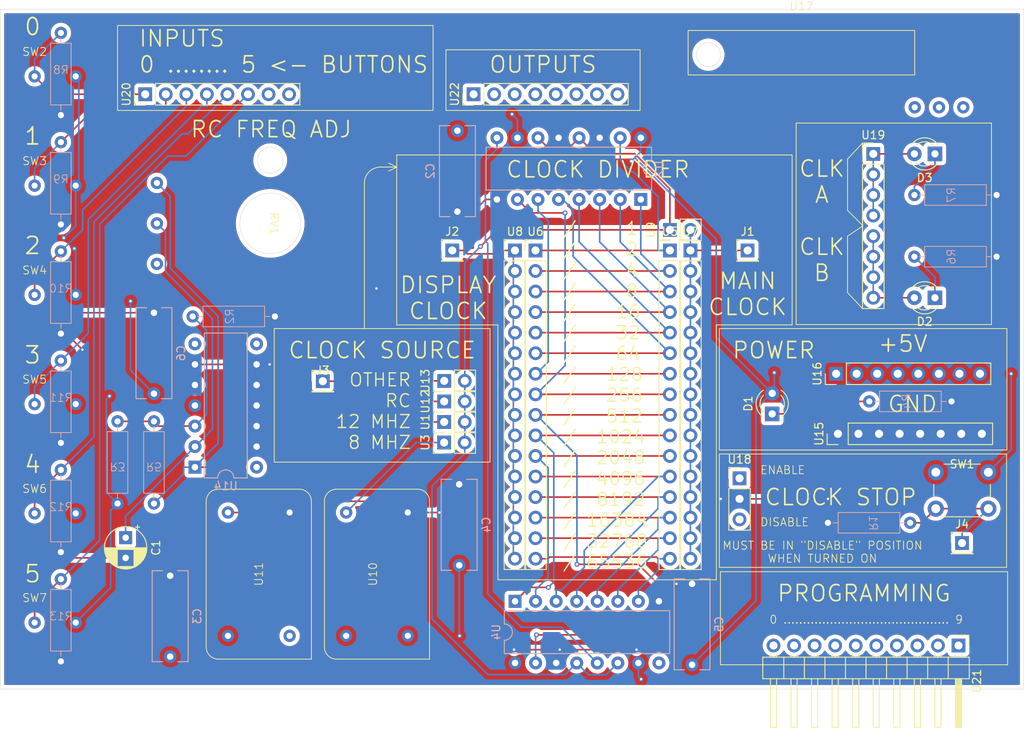
<source format=kicad_pcb>
(kicad_pcb (version 20240108) (generator "pcbnew") (generator_version "8.0")
  (layers (0 "F.Cu" signal) (31 "B.Cu" signal) (34 "B.Paste" user) (35 "F.Paste" user) (36 "B.SilkS" user "B.Silkscreen") (37 "F.SilkS" user "F.Silkscreen") (38 "B.Mask" user) (39 "F.Mask" user) (44 "Edge.Cuts" user))
  (net 0 "")
  (net 1 "Net-(U14-IN-_1)")
  (net 2 "Net-(D1-A)")
  (net 3 "Net-(D1-K)")
  (net 4 "Net-(D2-A)")
  (net 5 "Net-(D2-K)")
  (net 6 "Net-(D3-A)")
  (net 7 "Net-(D3-K)")
  (net 8 "Net-(J1-Pin_1)")
  (net 9 "Net-(J2-Pin_1)")
  (net 10 "Net-(J3-Pin_1)")
  (net 11 "Net-(J4-Pin_1)")
  (net 12 "Net-(U14-IN+_1)")
  (net 13 "Net-(U12-A)")
  (net 15 "Net-(U1-B)")
  (net 16 "Net-(U1-A)")
  (net 17 "Net-(U2-Q6)")
  (net 18 "Net-(U2-Q4)")
  (net 19 "Net-(U2-Q1)")
  (net 20 "Net-(U2-RCO#)")
  (net 21 "Net-(U2-Q7)")
  (net 22 "Net-(U2-Q5)")
  (net 23 "Net-(U2-Q2)")
  (net 24 "Net-(U2-Q0)")
  (net 25 "Net-(U2-Q3)")
  (net 26 "Net-(U10-CLK)")
  (net 27 "Net-(U4-Q4)")
  (net 28 "Net-(U4-Q5)")
  (net 29 "Net-(U4-Q6)")
  (net 30 "Net-(U4-Q2)")
  (net 31 "Net-(U4-Q3)")
  (net 32 "Net-(U4-Q0)")
  (net 33 "Net-(U4-Q7)")
  (net 34 "Net-(U4-Q1)")
  (net 45 "Net-(U10-GND)")
  (net 46 "Net-(U20-0)")
  (net 47 "Net-(U20-1)")
  (net 48 "Net-(U20-2)")
  (net 49 "Net-(U20-3)")
  (net 50 "Net-(U20-4)")
  (net 51 "Net-(U20-5)")
  (footprint "custom_footprint_library:panel_mount_pot" (layer "F.Cu") (at 87.865 73.46 -90)
    (property "Reference" "RV1")
    (property "Value" "R_Potentiometer")
    (fp_circle (center -7.8 0) (end -6.2 0) (stroke (width 0.05)) (fill none) (layer "Edge.Cuts"))
    (fp_circle (center 0 0) (end 3.75 0) (stroke (width 0.05)) (fill none) (layer "Edge.Cuts"))
  )
  (footprint "Connector_PinHeader_2.54mm:PinHeader_1x01_P2.54mm_Vertical" (layer "F.Cu") (at 94.365 92.96)
    (property "Reference" "J3")
    (property "Value" "Conn_01x01_Pin")
  )
  (footprint "LED_THT:LED_D3.0mm" (layer "F.Cu") (at 149.9 97 90)
    (property "Reference" "D1")
    (property "Value" "LED")
  )
  (footprint "Connector_PinHeader_2.54mm:PinHeader_1x08_P2.54mm_Vertical" (layer "F.Cu") (at 113 57.5 90)
    (property "Reference" "U22")
    (property "Value" "~")
  )
  (footprint "Connector_PinHeader_2.54mm:PinHeader_1x16_P2.54mm_Vertical" (layer "F.Cu") (at 118.11 76.8)
    (property "Reference" "U8")
    (property "Value" "~")
  )
  (footprint "Connector_PinHeader_2.54mm:PinHeader_1x08_P2.54mm_Vertical" (layer "F.Cu") (at 162.39 64.87)
    (property "Reference" "U19")
    (property "Value" "~")
  )
  (footprint "custom_footprint_library:2_pin_button" (layer "F.Cu") (at 58.75 79.75)
    (property "Reference" "SW4")
    (property "Value" "SW_Push")
  )
  (footprint "Connector_PinHeader_2.54mm:PinHeader_1x08_P2.54mm_Vertical" (layer "F.Cu") (at 158.025 99.46 90)
    (property "Reference" "U15")
    (property "Value" "~")
  )
  (footprint "Capacitor_THT:CP_Radial_D5.0mm_P2.50mm" (layer "F.Cu") (at 70 112.2949 -90)
    (property "Reference" "C1")
    (property "Value" "C")
  )
  (footprint "custom_footprint_library:2_pin_button" (layer "F.Cu") (at 58.75 106.75)
    (property "Reference" "SW6")
    (property "Value" "SW_Push")
  )
  (footprint "LED_THT:LED_D3.0mm" (layer "F.Cu") (at 170.01 64.87 180)
    (property "Reference" "D3")
    (property "Value" "LED")
  )
  (footprint "custom_footprint_library:2_pin_button" (layer "F.Cu") (at 58.75 66.25)
    (property "Reference" "SW3")
    (property "Value" "SW_Push")
  )
  (footprint "custom_footprint_library:2_pin_button" (layer "F.Cu") (at 58.75 93.25)
    (property "Reference" "SW5")
    (property "Value" "SW_Push")
  )
  (footprint "Connector_PinHeader_2.54mm:PinHeader_1x01_P2.54mm_Vertical" (layer "F.Cu") (at 173.365 112.96)
    (property "Reference" "J4")
    (property "Value" "Conn_01x01_Pin" (hide yes))
  )
  (footprint "Connector_PinHeader_2.54mm:PinHeader_1x10_P2.54mm_Horizontal" (layer "F.Cu") (at 172.925 125.625 -90)
    (property "Reference" "U21")
    (property "Value" "~")
  )
  (footprint "custom_footprint_library:crystal_dip_14" (layer "F.Cu") (at 86.455 116.805 90)
    (property "Reference" "U11")
    (property "Value" "~")
  )
  (footprint "custom_footprint_library:2_pin_button" (layer "F.Cu") (at 58.75 52.75)
    (property "Reference" "SW2")
    (property "Value" "SW_Push")
  )
  (footprint "Connector_PinHeader_2.54mm:PinHeader_1x16_P2.54mm_Vertical" (layer "F.Cu") (at 120.65 76.8)
    (property "Reference" "U6")
    (property "Value" "~")
  )
  (footprint "Connector_PinHeader_2.54mm:PinHeader_1x02_P2.54mm_Vertical" (layer "F.Cu") (at 109.365 98 90)
    (property "Reference" "U1")
    (property "Value" "~")
  )
  (footprint "Connector_PinHeader_2.54mm:PinHeader_1x03_P2.54mm_Vertical" (layer "F.Cu") (at 145.865 104.96)
    (property "Reference" "U18")
    (property "Value" "~")
  )
  (footprint "custom_footprint_library:2_pin_button" (layer "F.Cu") (at 58.75 120.25)
    (property "Reference" "SW7")
    (property "Value" "SW_Push")
  )
  (footprint "custom_footprint_library:manual_clock_switch_side" (layer "F.Cu") (at 153.5125 47.1125)
    (property "Reference" "U17")
    (property "Value" "~")
    (fp_circle (center -11.5 5.5) (end -11.5 7) (stroke (width 0.05)) (fill none) (layer "Edge.Cuts"))
  )
  (footprint "Connector_PinHeader_2.54mm:PinHeader_1x02_P2.54mm_Vertical" (layer "F.Cu") (at 137.255 74.26 90)
    (property "Reference" "U9")
    (property "Value" "~")
  )
  (footprint "Connector_PinHeader_2.54mm:PinHeader_1x02_P2.54mm_Vertical" (layer "F.Cu") (at 109.365 95.46 90)
    (property "Reference" "U12")
    (property "Value" "~")
  )
  (footprint "custom_footprint_library:crystal_dip_14" (layer "F.Cu") (at 101.06 116.805 90)
    (property "Reference" "U10")
    (property "Value" "~")
  )
  (footprint "Connector_PinHeader_2.54mm:PinHeader_1x01_P2.54mm_Vertical" (layer "F.Cu") (at 146.865 76.8)
    (property "Reference" "J1")
    (property "Value" "Conn_01x01_Pin")
  )
  (footprint "Connector_PinHeader_2.54mm:PinHeader_1x01_P2.54mm_Vertical" (layer "F.Cu") (at 110.365 76.8)
    (property "Reference" "J2")
    (property "Value" "Conn_01x01_Pin")
  )
  (footprint "Connector_PinHeader_2.54mm:PinHeader_1x08_P2.54mm_Vertical" (layer "F.Cu") (at 157.8 92.04 90)
    (property "Reference" "U16")
    (property "Value" "~")
  )
  (footprint "Connector_PinHeader_2.54mm:PinHeader_1x02_P2.54mm_Vertical" (layer "F.Cu") (at 109.36 100.54 90)
    (property "Reference" "U3")
    (property "Value" "~")
  )
  (footprint "LED_THT:LED_D3.0mm" (layer "F.Cu") (at 170.01 82.65 180)
    (property "Reference" "D2")
    (property "Value" "LED")
  )
  (footprint "Button_Switch_THT:SW_PUSH_6mm" (layer "F.Cu") (at 170.115 104.21)
    (property "Reference" "SW1")
    (property "Value" "SW_Push")
  )
  (footprint "Connector_PinHeader_2.54mm:PinHeader_1x08_P2.54mm_Vertical" (layer "F.Cu") (at 72.42 57.5 90)
    (property "Reference" "U20")
    (property "Value" "~")
  )
  (footprint "Connector_PinHeader_2.54mm:PinHeader_1x16_P2.54mm_Vertical" (layer "F.Cu") (at 139.795 76.8)
    (property "Reference" "U7")
    (property "Value" "~")
  )
  (footprint "Connector_PinHeader_2.54mm:PinHeader_1x02_P2.54mm_Vertical" (layer "F.Cu") (at 109.37 92.92 90)
    (property "Reference" "U13")
    (property "Value" "~")
  )
  (footprint "Connector_PinHeader_2.54mm:PinHeader_1x16_P2.54mm_Vertical" (layer "F.Cu") (at 137.255 76.8)
    (property "Reference" "U5")
    (property "Value" "~")
  )
  (footprint "custom_footprint_library:0.4_pitch_resistor" (layer "B.Cu") (at 166.98 95.46 -90)
    (property "Reference" "R4")
    (property "Value" "R")
  )
  (footprint "custom_footprint_library:0.4_pitch_resistor" (layer "B.Cu") (at 172.55 69.95 -90)
    (property "Reference" "R7")
    (property "Value" "R")
  )
  (footprint "custom_footprint_library:0.4_pitch_resistor" (layer "B.Cu") (at 62 55 180)
    (property "Reference" "R8")
    (property "Value" "R")
  )
  (footprint "custom_footprint_library:0.4_pitch_resistor" (layer "B.Cu") (at 83.365 84.96 -90)
    (property "Reference" "R2")
    (property "Value" "R")
  )
  (footprint "Capacitor_THT:C_Rect_L11.0mm_W4.2mm_P10.00mm_MKT" (layer "B.Cu") (at 73.5 94.5 90)
    (property "Reference" "C6")
    (property "Value" "C")
  )
  (footprint "Package_DIP:DIP-16_W7.62mm" (layer "B.Cu") (at 133.66 70.5 90)
    (property "Reference" "U2")
    (property "Value" "~")
  )
  (footprint "custom_footprint_library:0.4_pitch_resistor" (layer "B.Cu") (at 62 82 180)
    (property "Reference" "R10")
    (property "Value" "R")
  )
  (footprint "custom_footprint_library:0.4_pitch_resistor" (layer "B.Cu") (at 172.55 77.57 -90)
    (property "Reference" "R6")
    (property "Value" "R")
  )
  (footprint "custom_footprint_library:0.4_pitch_resistor" (layer "B.Cu") (at 73.5 103)
    (property "Reference" "R5")
    (property "Value" "R")
  )
  (footprint "custom_footprint_library:0.4_pitch_resistor" (layer "B.Cu") (at 62 68.5 180)
    (property "Reference" "R9")
    (property "Value" "R")
  )
  (footprint "custom_footprint_library:0.4_pitch_resistor" (layer "B.Cu") (at 62 109 180)
    (property "Reference" "R12")
    (property "Value" "R")
  )
  (footprint "Package_DIP:DIP-16_W7.62mm" (layer "B.Cu") (at 118.125 120.16 -90)
    (property "Reference" "U4")
    (property "Value" "~")
  )
  (footprint "Capacitor_THT:C_Rect_L11.0mm_W4.2mm_P10.00mm_MKT" (layer "B.Cu") (at 111 62 -90)
    (property "Reference" "C2")
    (property "Value" "C")
  )
  (footprint "custom_footprint_library:0.4_pitch_resistor" (layer "B.Cu") (at 62 95.5 180)
    (property "Reference" "R11")
    (property "Value" "R")
  )
  (footprint "custom_footprint_library:0.4_pitch_resistor" (layer "B.Cu") (at 69 103)
    (property "Reference" "R3")
    (property "Value" "R")
  )
  (footprint "custom_footprint_library:0.4_pitch_resistor" (layer "B.Cu") (at 62 122.5 180)
    (property "Reference" "R13")
    (property "Value" "R")
  )
  (footprint "Capacitor_THT:C_Rect_L11.0mm_W4.2mm_P10.00mm_MKT" (layer "B.Cu") (at 75.5 127 90)
    (property "Reference" "C3")
    (property "Value" "C")
  )
  (footprint "custom_footprint_library:0.4_pitch_resistor" (layer "B.Cu") (at 161.865 110.46 90)
    (property "Reference" "R1")
    (property "Value" "R")
  )
  (footprint "Capacitor_THT:C_Rect_L11.0mm_W4.2mm_P10.00mm_MKT" (layer "B.Cu") (at 140 128 90)
    (property "Reference" "C5")
    (property "Value" "C")
  )
  (footprint "Capacitor_THT:C_Rect_L11.0mm_W4.2mm_P10.00mm_MKT" (layer "B.Cu") (at 111.22 115.705 90)
    (property "Reference" "C4")
    (property "Value" "C")
  )
  (footprint "Package_DIP:DIP-14_W7.62mm" (layer "B.Cu") (at 78.565 103.585)
    (property "Reference" "U14")
    (property "Value" "~")
  )
  (gr_rect (start 152.865 61.06) (end 176.995 85.96) (stroke (width 0.1)) (fill none) (layer "F.SilkS"))
  (gr_line (start 152.365 65) (end 152.365 86) (stroke (width 0.1)) (layer "F.SilkS"))
  (gr_line (start 159.215 65.505) (end 159.215 71.855) (stroke (width 0.1)) (layer "F.SilkS"))
  (gr_rect (start 69 49) (end 108 59.5) (stroke (width 0.1)) (fill none) (layer "F.SilkS"))
  (gr_line (start 103.5 66.5) (end 102.5 67) (stroke (width 0.1)) (layer "F.SilkS"))
  (gr_line (start 103.5 65) (end 152.365 65) (stroke (width 0.1)) (layer "F.SilkS"))
  (gr_line (start 152.365 86) (end 143 86) (stroke (width 0.1)) (layer "F.SilkS"))
  (gr_line (start 159.215 71.855) (end 161.12 73.76) (stroke (width 0.1)) (layer "F.SilkS"))
  (gr_line (start 116 86) (end 103.5 86) (stroke (width 0.1)) (layer "F.SilkS"))
  (gr_line (start 116 117.5) (end 116 86) (stroke (width 0.1)) (layer "F.SilkS"))
  (gr_rect (start 143.365 101.96) (end 178.865 115.96) (stroke (width 0.1)) (fill none) (layer "F.SilkS"))
  (gr_line (start 103.5 86) (end 103.5 65) (stroke (width 0.1)) (layer "F.SilkS"))
  (gr_rect (start 109.58 52) (end 133.58 59.5) (stroke (width 0.1)) (fill none) (layer "F.SilkS"))
  (gr_line (start 159.215 75.03) (end 159.215 82.015) (stroke (width 0.1)) (layer "F.SilkS"))
  (gr_line (start 159.215 82.015) (end 161.06 83.98) (stroke (width 0.1)) (layer "F.SilkS"))
  (gr_line (start 143 117.5) (end 116 117.5) (stroke (width 0.1)) (layer "F.SilkS"))
  (gr_line (start 101.5 66.5) (end 103.5 66.5) (stroke (width 0.1)) (layer "F.SilkS"))
  (gr_arc (start 99.5 68.5) (mid 100.085786 67.085786) (end 101.5 66.5) (stroke (width 0.1)) (layer "F.SilkS"))
  (gr_line (start 103.5 66.5) (end 102.5 66) (stroke (width 0.1)) (layer "F.SilkS"))
  (gr_line (start 161.12 73.76) (end 159.215 75.03) (stroke (width 0.1)) (layer "F.SilkS"))
  (gr_line (start 161.06 63.54) (end 159.215 65.505) (stroke (width 0.1)) (layer "F.SilkS"))
  (gr_line (start 99.5 86.46) (end 99.5 68.5) (stroke (width 0.1)) (layer "F.SilkS"))
  (gr_line (start 143 86) (end 143 117.5) (stroke (width 0.1)) (layer "F.SilkS"))
  (gr_rect (start 54.5 47) (end 181 131) (stroke (width 0.05)) (fill none) (layer "Edge.Cuts"))
  (gr_text "CLK\nA\n\nCLK\nB" (at 156.04 80.745 0) (layer "F.SilkS") (effects (font (size 2 2) (thickness 0.2)) (justify bottom)))
  (gr_text "OUTPUTS" (at 121.58 55 0) (layer "F.SilkS") (effects (font (size 2 2) (thickness 0.2)) (justify bottom)))
  (gr_text "CLOCK DIVIDER" (at 128.365 67.96 0) (layer "F.SilkS") (effects (font (size 2 2) (thickness 0.2)) (justify bottom)))
  (gr_text "OTHER\nRC\n12 MHZ\n8 MHZ" (at 105.365 101.46 0) (layer "F.SilkS") (effects (font (size 1.6 1.6) (thickness 0.16)) (justify right bottom)))
  (gr_text "/     1\n/     2\n/     4\n/     8\n/    16\n/    32\n/    64\n/   128\n/   256\n/   512\n/  1024\n/  2048\n/  4096\n/  8192\n/ 16384\n/ 32768\n/ 65536\n" (at 123.92 116.23 0) (layer "F.SilkS") (effects (font (size 1.6 1.6) (thickness 0.16)) (justify left bottom)))
  (gr_text "DISPLAY\nCLOCK" (at 109.865 85.46 0) (layer "F.SilkS") (effects (font (size 2 2) (thickness 0.2)) (justify bottom)))
  (gr_text "INPUTS\n0 ........ 5 <- BUTTONS" (at 71.54 55 0) (layer "F.SilkS") (effects (font (size 2 2) (thickness 0.2)) (justify left bottom)))
  (gr_text "0 ........................................... 9" (at 149.5 123 0) (layer "F.SilkS") (effects (font (size 1 1) (thickness 0.1)) (justify left bottom)))
  (gr_text "0\n\n\n\n1\n\n\n\n2\n\n\n\n3\n\n\n\n4\n\n\n\n5" (at 58.5 118 0) (layer "F.SilkS") (effects (font (size 2.1 2.1) (thickness 0.21)) (justify bottom)))
  (gr_text "CLOCK STOP" (at 158.365 108.46 0) (layer "F.SilkS") (effects (font (size 2 2) (thickness 0.2)) (justify bottom)))
  (gr_text "ENABLE\n\n\n\nDISABLE" (at 148.365 110.96 0) (layer "F.SilkS") (effects (font (size 1 1) (thickness 0.1)) (justify left bottom)))
  (gr_text "GND" (at 164.065 96.96 0) (layer "F.SilkS") (effects (font (size 2 2) (thickness 0.2)) (justify left bottom)))
  (gr_text "+5V" (at 162.88 89.5 0) (layer "F.SilkS") (effects (font (size 2 2) (thickness 0.2)) (justify left bottom)))
  (gr_text "RC FREQ ADJ" (at 88 63 0) (layer "F.SilkS") (effects (font (size 2 2) (thickness 0.2)) (justify bottom)))
  (gr_text "MUST BE IN {dblquote}DISABLE{dblquote} POSITION\nWHEN TURNED ON" (at 156.115 115.46 0) (layer "F.SilkS") (effects (font (size 1 1) (thickness 0.1)) (justify bottom)))
  (gr_text "MAIN\nCLOCK" (at 146.865 84.96 0) (layer "F.SilkS") (effects (font (size 2 2) (thickness 0.2)) (justify bottom)))
  (gr_text_box "POWER" (start 143.365 86.46) (end 178.9 101.46) (layer "F.SilkS") (effects (font (size 2 2) (thickness 0.2)) (justify left top)) (border yes) (stroke (width 0.1)))
  (gr_text_box "PROGRAMMING" (start 143.5 116.5) (end 179 128) (layer "F.SilkS") (effects (font (size 2 2) (thickness 0.2)) (justify top)) (border yes) (stroke (width 0.1)))
  (gr_text_box "CLOCK SOURCE" (start 88.365 86.46) (end 115.035 102.96) (layer "F.SilkS") (effects (font (size 2 2) (thickness 0.2)) (justify top)) (border yes) (stroke (width 0.1)))
  (segment (start 74.927 74.522) (end 73.865 73.46) (width 0.2) (layer "B.Cu") (net 1))
  (segment (start 80.7282 85.2282) (end 74.927 79.427) (width 0.2) (layer "B.Cu") (net 1))
  (segment (start 70 112.2949) (end 70 109.61) (width 0.2) (layer "B.Cu") (net 1))
  (segment (start 70 109.61) (end 78.565 101.045) (width 0.2) (layer "B.Cu") (net 1))
  (segment (start 80.7282 98.8818) (end 80.7282 85.2282) (width 0.2) (layer "B.Cu") (net 1))
  (segment (start 74.927 79.427) (end 74.927 74.522) (width 0.2) (layer "B.Cu") (net 1))
  (segment (start 78.565 101.045) (end 80.7282 98.8818) (width 0.2) (layer "B.Cu") (net 1))
  (segment (start 111.2749 124.425) (end 113.3683 124.425) (width 0.2) (layer "F.Cu") (net 2))
  (segment (start 170.5 92.04) (end 173.04 92.04) (width 0.2) (layer "F.Cu") (net 2))
  (segment (start 63.83 122.79) (end 68.04 127) (width 0.2) (layer "F.Cu") (net 2))
  (segment (start 111.2749 124.425) (end 104.87 124.425) (width 0.2) (layer "F.Cu") (net 2))
  (segment (start 156.211 91.9027) (end 156.3483 92.04) (width 0.2) (layer "F.Cu") (net 2))
  (segment (start 63.6643 76.5603) (end 62.3527 75.2487) (width 0.2) (layer "F.Cu") (net 2))
  (segment (start 170.115 104.21) (end 176.615 104.21) (width 0.2) (layer "F.Cu") (net 2))
  (segment (start 173.04 92.04) (end 175.58 92.04) (width 0.2) (layer "F.Cu") (net 2))
  (segment (start 121.3112 65.7712) (end 132.4849 65.7712) (width 0.2) (layer "F.Cu") (net 2))
  (segment (start 82.645 124.425) (end 78.075 124.425) (width 0.2) (layer "F.Cu") (net 2))
  (segment (start 165.42 92.04) (end 167.96 92.04) (width 0.2) (layer "F.Cu") (net 2))
  (segment (start 78.075 124.425) (end 75.5 127) (width 0.2) (layer "F.Cu") (net 2))
  (segment (start 67.025 95.79) (end 68.0088 94.8062) (width 0.2) (layer "F.Cu") (net 2))
  (segment (start 64.6102 83.0702) (end 63.83 82.29) (width 0.2) (layer "F.Cu") (net 2))
  (segment (start 119.4292 129.785) (end 133.6996 129.785) (width 0.2) (layer "F.Cu") (net 2))
  (segment (start 70.6063 83.0702) (end 64.6102 83.0702) (width 0.2) (layer "F.Cu") (net 2))
  (segment (start 162.88 92.04) (end 165.42 92.04) (width 0.2) (layer "F.Cu") (net 2))
  (segment (start 68.04 127) (end 75.5 127) (width 0.2) (layer "F.Cu") (net 2))
  (segment (start 157.8 92.04) (end 156.3483 92.04) (width 0.2) (layer "F.Cu") (net 2))
  (segment (start 167.96 92.04) (end 170.5 92.04) (width 0.2) (layer "F.Cu") (net 2))
  (segment (start 95.8834 125.7916) (end 97.25 124.425) (width 0.2) (layer "F.Cu") (net 2))
  (segment (start 160.34 92.04) (end 162.88 92.04) (width 0.2) (layer "F.Cu") (net 2))
  (segment (start 117.4242 127.78) (end 119.4292 129.785) (width 0.2) (layer "F.Cu") (net 2))
  (segment (start 175.58 92.04) (end 179.4363 92.04) (width 0.2) (layer "F.Cu") (net 2))
  (segment (start 117.4242 127.78) (end 116.7233 127.78) (width 0.2) (layer "F.Cu") (net 2))
  (segment (start 113.3683 124.425) (end 116.7233 127.78) (width 0.2) (layer "F.Cu") (net 2))
  (segment (start 113.0358 59.9642) (end 117.7519 59.9642) (width 0.2) (layer "F.Cu") (net 2))
  (segment (start 63.83 95.79) (end 67.025 95.79) (width 0.2) (layer "F.Cu") (net 2))
  (segment (start 84.0116 125.7916) (end 95.8834 125.7916) (width 0.2) (layer "F.Cu") (net 2))
  (segment (start 118.125 127.78) (end 117.4242 127.78) (width 0.2) (layer "F.Cu") (net 2))
  (segment (start 150.1645 91.9027) (end 156.211 91.9027) (width 0.2) (layer "F.Cu") (net 2))
  (segment (start 138.215 129.785) (end 133.6996 129.785) (width 0.2) (layer "F.Cu") (net 2))
  (segment (start 68.0088 94.8062) (end 73.1938 94.8062) (width 0.2) (layer "F.Cu") (net 2))
  (segment (start 63.83 109.29) (end 67.79 109.29) (width 0.2) (layer "F.Cu") (net 2))
  (segment (start 157.8 92.04) (end 160.34 92.04) (width 0.2) (layer "F.Cu") (net 2))
  (segment (start 140 128) (end 138.215 129.785) (width 0.2) (layer "F.Cu") (net 2))
  (segment (start 111 62) (end 113.0358 59.9642) (width 0.2) (layer "F.Cu") (net 2))
  (segment (start 73.1938 94.8062) (end 73.5 94.5) (width 0.2) (layer "F.Cu") (net 2))
  (segment (start 82.645 124.425) (end 84.0116 125.7916) (width 0.2) (layer "F.Cu") (net 2))
  (segment (start 73.5 94.5) (end 74.965 95.965) (width 0.2) (layer "F.Cu") (net 2))
  (segment (start 104.87 124.425) (end 97.25 124.425) (width 0.2) (layer "F.Cu") (net 2))
  (segment (start 74.965 95.965) (end 78.565 95.965) (width 0.2) (layer "F.Cu") (net 2))
  (segment (start 118.42 62.88) (end 121.3112 65.7712) (width 0.2) (layer "F.Cu") (net 2))
  (segment (start 67.79 109.29) (end 69 108.08) (width 0.2) (layer "F.Cu") (net 2))
  (via (at 63.6643 76.5603) (size 0.6) (drill 0.3) (layers "F.Cu" "B.Cu") (net 2))
  (via (at 133.6996 129.785) (size 0.6) (drill 0.3) (layers "F.Cu" "B.Cu") (net 2))
  (via (at 70.6063 83.0702) (size 0.6) (drill 0.3) (layers "F.Cu" "B.Cu") (net 2))
  (via (at 179.4363 92.04) (size 0.6) (drill 0.3) (layers "F.Cu" "B.Cu") (net 2))
  (via (at 68.0088 94.8062) (size 0.6) (drill 0.3) (layers "F.Cu" "B.Cu") (net 2))
  (via (at 150.1645 91.9027) (size 0.6) (drill 0.3) (layers "F.Cu" "B.Cu") (net 2))
  (via (at 132.4849 65.7712) (size 0.6) (drill 0.3) (layers "F.Cu" "B.Cu") (net 2))
  (via (at 117.7519 59.9642) (size 0.6) (drill 0.3) (layers "F.Cu" "B.Cu") (net 2))
  (via (at 62.3527 75.2487) (size 0.6) (drill 0.3) (layers "F.Cu" "B.Cu") (net 2))
  (via (at 111.2749 124.425) (size 0.6) (drill 0.3) (layers "F.Cu" "B.Cu") (net 2))
  (segment (start 149.9 94.46) (end 150.1645 94.1955) (width 0.2) (layer "B.Cu") (net 2))
  (segment (start 63.83 68.79) (end 63.83 73.7714) (width 0.2) (layer "B.Cu") (net 2))
  (segment (start 64.2173 68.4027) (end 64.2173 55.6773) (width 0.2) (layer "B.Cu") (net 2))
  (segment (start 149.7805 94.46) (end 149.9 94.46) (width 0.2) (layer "B.Cu") (net 2))
  (segment (start 63.83 68.79) (end 64.2173 68.4027) (width 0.2) (layer "B.Cu") (net 2))
  (segment (start 142.9782 75.3832) (end 132.9256 65.3305) (width 0.2) (layer "B.Cu") (net 2))
  (segment (start 132.9256 65.3305) (end 133.66 64.5961) (width 0.2) (layer "B.Cu") (net 2))
  (segment (start 63.83 76.726) (end 63.6643 76.5603) (width 0.2) (layer "B.Cu") (net 2))
  (segment (start 117.7519 59.9642) (end 118.42 60.6323) (width 0.2) (layer "B.Cu") (net 2))
  (segment (start 142.9782 87.5382) (end 142.9782 75.3832) (width 0.2) (layer "B.Cu") (net 2))
  (segment (start 63.83 73.7714) (end 62.3527 75.2487) (width 0.2) (layer "B.Cu") (net 2))
  (segment (start 133.365 127.78) (end 133.365 129.4504) (width 0.2) (layer "B.Cu") (net 2))
  (segment (start 140 128) (end 147.9045 120.0955) (width 0.2) (layer "B.Cu") (net 2))
  (segment (start 63.83 82.29) (end 63.83 76.726) (width 0.2) (layer "B.Cu") (net 2))
  (segment (start 64.2173 55.6773) (end 63.83 55.29) (width 0.2) (layer "B.Cu") (net 2))
  (segment (start 179.4363 101.3887) (end 179.4363 92.04) (width 0.2) (layer "B.Cu") (net 2))
  (segment (start 111.22 124.3701) (end 111.2749 124.425) (width 0.2) (layer "B.Cu") (net 2))
  (segment (start 67.6172 95.1978) (end 68.0088 94.8062) (width 0.2) (layer "B.Cu") (net 2))
  (segment (start 118.42 60.6323) (end 118.42 62.88) (width 0.2) (layer "B.Cu") (net 2))
  (segment (start 69 108.08) (end 67.6172 106.6972) (width 0.2) (layer "B.Cu") (net 2))
  (segment (start 133.365 129.4504) (end 133.6996 129.785) (width 0.2) (layer "B.Cu") (net 2))
  (segment (start 147.9045 120.0955) (end 147.9045 96.336) (width 0.2) (layer "B.Cu") (net 2))
  (segment (start 150.1645 94.1955) (end 150.1645 91.9027) (width 0.2) (layer "B.Cu") (net 2))
  (segment (start 73.5 94.5) (end 70.6063 91.6063) (width 0.2) (layer "B.Cu") (net 2))
  (segment (start 132.4849 65.7712) (end 132.9256 65.3305) (width 0.2) (layer "B.Cu") (net 2))
  (segment (start 70.6063 91.6063) (end 70.6063 83.0702) (width 0.2) (layer "B.Cu") (net 2))
  (segment (start 133.66 64.5961) (end 133.66 62.88) (width 0.2) (layer "B.Cu") (net 2))
  (segment (start 63.83 122.79) (end 68.1447 118.4753) (width 0.2) (layer "B.Cu") (net 2))
  (segment (start 149.9 94.46) (end 142.9782 87.5382) (width 0.2) (layer "B.Cu") (net 2))
  (segment (start 111.22 115.705) (end 111.22 124.3701) (width 0.2) (layer "B.Cu") (net 2))
  (segment (start 68.1447 118.4753) (end 68.1447 108.9353) (width 0.2) (layer "B.Cu") (net 2))
  (segment (start 176.615 104.21) (end 179.4363 101.3887) (width 0.2) (layer "B.Cu") (net 2))
  (segment (start 147.9045 96.336) (end 149.7805 94.46) (width 0.2) (layer "B.Cu") (net 2))
  (segment (start 68.1447 108.9353) (end 69 108.08) (width 0.2) (layer "B.Cu") (net 2))
  (segment (start 67.6172 106.6972) (end 67.6172 95.1978) (width 0.2) (layer "B.Cu") (net 2))
  (segment (start 149.9 97) (end 151.4017 97) (width 0.2) (layer "F.Cu") (net 3))
  (segment (start 152.9417 95.46) (end 151.4017 97) (width 0.2) (layer "F.Cu") (net 3))
  (segment (start 161.9 95.46) (end 152.9417 95.46) (width 0.2) (layer "F.Cu") (net 3))
  (segment (start 167.47 82.65) (end 162.39 82.65) (width 0.2) (layer "F.Cu") (net 4))
  (segment (start 162.39 82.65) (end 162.39 80.11) (width 0.2) (layer "B.Cu") (net 4))
  (segment (start 162.39 77.57) (end 162.39 75.03) (width 0.2) (layer "B.Cu") (net 4))
  (segment (start 162.39 80.11) (end 162.39 77.57) (width 0.2) (layer "B.Cu") (net 4))
  (segment (start 170.01 80.11) (end 170.01 82.65) (width 0.2) (layer "B.Cu") (net 5))
  (segment (start 167.47 77.57) (end 170.01 80.11) (width 0.2) (layer "B.Cu") (net 5))
  (segment (start 167.47 64.87) (end 162.39 64.87) (width 0.2) (layer "F.Cu") (net 6))
  (segment (start 162.39 67.41) (end 162.39 64.87) (width 0.2) (layer "B.Cu") (net 6))
  (segment (start 162.39 72.49) (end 162.39 69.95) (width 0.2) (layer "B.Cu") (net 6))
  (segment (start 162.39 69.95) (end 162.39 67.41) (width 0.2) (layer "B.Cu") (net 6))
  (segment (start 167.47 69.95) (end 167.47 68.9117) (width 0.2) (layer "B.Cu") (net 7))
  (segment (start 170.01 64.87) (end 170.01 66.3717) (width 0.2) (layer "B.Cu") (net 7))
  (segment (start 167.47 68.9117) (end 170.01 66.3717) (width 0.2) (layer "B.Cu") (net 7))
  (segment (start 139.795 76.8) (end 146.865 76.8) (width 0.2) (layer "F.Cu") (net 8))
  (segment (start 139.795 89.5) (end 139.795 86.96) (width 0.2) (layer "B.Cu") (net 8))
  (segment (start 139.795 114.9) (end 139.795 112.36) (width 0.2) (layer "B.Cu") (net 8))
  (segment (start 139.795 107.28) (end 139.795 104.74) (width 0.2) (layer "B.Cu") (net 8))
  (segment (start 139.795 92.04) (end 139.795 89.5) (width 0.2) (layer "B.Cu") (net 8))
  (segment (start 139.795 81.88) (end 139.795 79.34) (width 0.2) (layer "B.Cu") (net 8))
  (segment (start 139.795 99.66) (end 139.795 97.12) (width 0.2) (layer "B.Cu") (net 8))
  (segment (start 139.795 104.74) (end 139.795 102.2) (width 0.2) (layer "B.Cu") (net 8))
  (segment (start 139.795 97.12) (end 139.795 94.58) (width 0.2) (layer "B.Cu") (net 8))
  (segment (start 139.795 86.96) (end 139.795 84.42) (width 0.2) (layer "B.Cu") (net 8))
  (segment (start 139.795 102.2) (end 139.795 99.66) (width 0.2) (layer "B.Cu") (net 8))
  (segment (start 139.795 94.58) (end 139.795 92.04) (width 0.2) (layer "B.Cu") (net 8))
  (segment (start 139.795 74.26) (end 139.795 76.8) (width 0.2) (layer "B.Cu") (net 8))
  (segment (start 139.795 84.42) (end 139.795 81.88) (width 0.2) (layer "B.Cu") (net 8))
  (segment (start 139.795 79.34) (end 139.795 76.8) (width 0.2) (layer "B.Cu") (net 8))
  (segment (start 139.795 109.82) (end 139.795 107.28) (width 0.2) (layer "B.Cu") (net 8))
  (segment (start 139.795 112.36) (end 139.795 109.82) (width 0.2) (layer "B.Cu") (net 8))
  (segment (start 117.915 76.8) (end 116.4633 76.8) (width 0.2) (layer "F.Cu") (net 9))
  (segment (start 116.0449 77.2184) (end 116.4633 76.8) (width 0.2) (layer "F.Cu") (net 9))
  (segment (start 110.365 76.8) (end 111.8167 76.8) (width 0.2) (layer "F.Cu") (net 9))
  (segment (start 112.2351 77.2184) (end 116.0449 77.2184) (width 0.2) (layer "F.Cu") (net 9))
  (segment (start 111.8167 76.8) (end 112.2351 77.2184) (width 0.2) (layer "F.Cu") (net 9))
  (segment (start 117.915 97.12) (end 117.915 94.58) (width 0.2) (layer "B.Cu") (net 9))
  (segment (start 117.915 114.9) (end 117.915 112.36) (width 0.2) (layer "B.Cu") (net 9))
  (segment (start 117.915 89.5) (end 117.915 86.96) (width 0.2) (layer "B.Cu") (net 9))
  (segment (start 117.915 112.36) (end 117.915 109.82) (width 0.2) (layer "B.Cu") (net 9))
  (segment (start 117.915 94.58) (end 117.915 92.04) (width 0.2) (layer "B.Cu") (net 9))
  (segment (start 117.915 107.28) (end 117.915 104.74) (width 0.2) (layer "B.Cu") (net 9))
  (segment (start 117.915 79.34) (end 117.915 76.8) (width 0.2) (layer "B.Cu") (net 9))
  (segment (start 117.915 81.88) (end 117.915 79.34) (width 0.2) (layer "B.Cu") (net 9))
  (segment (start 117.915 99.66) (end 117.915 97.12) (width 0.2) (layer "B.Cu") (net 9))
  (segment (start 117.915 84.42) (end 117.915 81.88) (width 0.2) (layer "B.Cu") (net 9))
  (segment (start 117.915 92.04) (end 117.915 89.5) (width 0.2) (layer "B.Cu") (net 9))
  (segment (start 117.915 109.82) (end 117.915 107.28) (width 0.2) (layer "B.Cu") (net 9))
  (segment (start 117.915 104.74) (end 117.915 102.2) (width 0.2) (layer "B.Cu") (net 9))
  (segment (start 117.915 102.2) (end 117.915 99.66) (width 0.2) (layer "B.Cu") (net 9))
  (segment (start 117.915 86.96) (end 117.915 84.42) (width 0.2) (layer "B.Cu") (net 9))
  (segment (start 94.365 92.96) (end 95.8167 92.96) (width 0.2) (layer "F.Cu") (net 10))
  (segment (start 109.37 92.92) (end 95.8567 92.92) (width 0.2) (layer "F.Cu") (net 10))
  (segment (start 95.8567 92.92) (end 95.8167 92.96) (width 0.2) (layer "F.Cu") (net 10))
  (segment (start 176.615 108.71) (end 170.115 108.71) (width 0.2) (layer "F.Cu") (net 11))
  (segment (start 168.365 110.46) (end 170.115 108.71) (width 0.2) (layer "F.Cu") (net 11))
  (segment (start 166.945 110.46) (end 168.365 110.46) (width 0.2) (layer "F.Cu") (net 11))
  (segment (start 173.8167 111.5083) (end 173.365 111.5083) (width 0.2) (layer "B.Cu") (net 11))
  (segment (start 176.615 108.71) (end 173.8167 111.5083) (width 0.2) (layer "B.Cu") (net 11))
  (segment (start 173.365 112.96) (end 173.365 111.5083) (width 0.2) (layer "B.Cu") (net 11))
  (segment (start 69 97.92) (end 73.5 97.92) (width 0.2) (layer "F.Cu") (net 12))
  (segment (start 78.565 98.505) (end 74.085 98.505) (width 0.2) (layer "F.Cu") (net 12))
  (segment (start 74.085 98.505) (end 73.5 97.92) (width 0.2) (layer "F.Cu") (net 12))
  (segment (start 78.285 84.96) (end 80.0034 86.6784) (width 0.2) (layer "B.Cu") (net 12))
  (segment (start 80.0034 97.0666) (end 78.565 98.505) (width 0.2) (layer "B.Cu") (net 12))
  (segment (start 80.0034 86.6784) (end 80.0034 97.0666) (width 0.2) (layer "B.Cu") (net 12))
  (segment (start 81.3684 104.9867) (end 79.9667 103.585) (width 0.2) (layer "F.Cu") (net 13))
  (segment (start 88.4107 104.9867) (end 81.3684 104.9867) (width 0.2) (layer "F.Cu") (net 13))
  (segment (start 109.365 95.46) (end 97.9374 95.46) (width 0.2) (layer "F.Cu") (net 13))
  (segment (start 97.9374 95.46) (end 88.4107 104.9867) (width 0.2) (layer "F.Cu") (net 13))
  (segment (start 78.565 103.585) (end 79.9667 103.585) (width 0.2) (layer "F.Cu") (net 13))
  (segment (start 81.4299 100.6303) (end 81.4299 84.9299) (width 0.2) (layer "B.Cu") (net 13))
  (segment (start 77.1633 104.4167) (end 73.5 108.08) (width 0.2) (layer "B.Cu") (net 13))
  (segment (start 77.8642 103.585) (end 77.1633 103.585) (width 0.2) (layer "B.Cu") (net 13))
  (segment (start 75.5 70.095) (end 73.865 68.46) (width 0.2) (layer "B.Cu") (net 13))
  (segment (start 77.1633 103.585) (end 77.1633 104.4167) (width 0.2) (layer "B.Cu") (net 13))
  (segment (start 78.4752 103.585) (end 81.4299 100.6303) (width 0.2) (layer "B.Cu") (net 13))
  (segment (start 78.565 103.585) (end 78.4752 103.585) (width 0.2) (layer "B.Cu") (net 13))
  (segment (start 81.4299 84.9299) (end 75.5 79) (width 0.2) (layer "B.Cu") (net 13))
  (segment (start 75.5 79) (end 75.5 70.095) (width 0.2) (layer "B.Cu") (net 13))
  (segment (start 77.8642 103.585) (end 78.4752 103.585) (width 0.2) (layer "B.Cu") (net 13))
  (segment (start 126.04 62.88) (end 128.006 64.846) (width 0.2) (layer "F.Cu") (net 15))
  (segment (start 137.255 74.26) (end 115.9039 74.26) (width 0.2) (layer "F.Cu") (net 15))
  (segment (start 122.3621 64.2821) (end 120.96 62.88) (width 0.2) (layer "F.Cu") (net 15))
  (segment (start 124.6379 64.2821) (end 122.3621 64.2821) (width 0.2) (layer "F.Cu") (net 15))
  (segment (start 128.006 64.846) (end 132.8959 64.846) (width 0.2) (layer "F.Cu") (net 15))
  (segment (start 137.255 69.2051) (end 137.255 74.26) (width 0.2) (layer "F.Cu") (net 15))
  (segment (start 126.04 62.88) (end 124.6379 64.2821) (width 0.2) (layer "F.Cu") (net 15))
  (segment (start 132.8959 64.846) (end 137.255 69.2051) (width 0.2) (layer "F.Cu") (net 15))
  (segment (start 115.9039 74.26) (end 113.8472 76.3167) (width 0.2) (layer "F.Cu") (net 15))
  (via (at 113.8472 76.3167) (size 0.6) (drill 0.3) (layers "F.Cu" "B.Cu") (net 15))
  (segment (start 111.905 94.74) (end 111.905 94.0083) (width 0.2) (layer "B.Cu") (net 15))
  (segment (start 111.9049 100.4617) (end 111.905 100.4617) (width 0.2) (layer "B.Cu") (net 15))
  (segment (start 113.8472 76.3167) (end 111.91 78.2539) (width 0.2) (layer "B.Cu") (net 15))
  (segment (start 111.905 94.74) (end 111.905 95.46) (width 0.2) (layer "B.Cu") (net 15))
  (segment (start 130.825 127.78) (end 129.356 129.249) (width 0.2) (layer "B.Cu") (net 15))
  (segment (start 111.9049 101.8913) (end 111.9049 100.4617) (width 0.2) (layer "B.Cu") (net 15))
  (segment (start 127.214 129.249) (end 125.745 127.78) (width 0.2) (layer "B.Cu") (net 15))
  (segment (start 111.9049 101.2609) (end 111.9 101.2658) (width 0.2) (layer "B.Cu") (net 15))
  (segment (start 111.905 100.4617) (end 111.905 98) (width 0.2) (layer "B.Cu") (net 15))
  (segment (start 111.9 100.54) (end 111.9 101.2658) (width 0.2) (layer "B.Cu") (net 15))
  (segment (start 125.745 127.78) (end 124.312 129.213) (width 0.2) (layer "B.Cu") (net 15))
  (segment (start 111.91 78.2539) (end 111.91 92.92) (width 0.2) (layer "B.Cu") (net 15))
  (segment (start 107.8622 122.3151) (end 107.8622 105.934) (width 0.2) (layer "B.Cu") (net 15))
  (segment (start 107.8622 105.934) (end 111.9049 101.8913) (width 0.2) (layer "B.Cu") (net 15))
  (segment (start 114.7601 129.213) (end 107.8622 122.3151) (width 0.2) (layer "B.Cu") (net 15))
  (segment (start 111.905 95.46) (end 111.905 98) (width 0.2) (layer "B.Cu") (net 15))
  (segment (start 111.91 94.0033) (end 111.91 92.92) (width 0.2) (layer "B.Cu") (net 15))
  (segment (start 124.312 129.213) (end 114.7601 129.213) (width 0.2) (layer "B.Cu") (net 15))
  (segment (start 111.9049 100.4617) (end 111.9049 101.2609) (width 0.2) (layer "B.Cu") (net 15))
  (segment (start 129.356 129.249) (end 127.214 129.249) (width 0.2) (layer "B.Cu") (net 15))
  (segment (start 111.905 94.0083) (end 111.91 94.0033) (width 0.2) (layer "B.Cu") (net 15))
  (segment (start 85.2047 109.185) (end 96.3897 98) (width 0.2) (layer "F.Cu") (net 16))
  (segment (start 82.645 109.185) (end 85.2047 109.185) (width 0.2) (layer "F.Cu") (net 16))
  (segment (start 96.3897 98) (end 109.365 98) (width 0.2) (layer "F.Cu") (net 16))
  (segment (start 137.255 92.04) (end 120.745 92.04) (width 0.2) (layer "F.Cu") (net 17))
  (segment (start 122.2223 73.164) (end 122.2223 90.5627) (width 0.2) (layer "B.Cu") (net 17))
  (segment (start 120.96 70.5) (end 120.96 71.9017) (width 0.2) (layer "B.Cu") (net 17))
  (segment (start 122.2223 90.5627) (end 120.745 92.04) (width 0.2) (layer "B.Cu") (net 17))
  (segment (start 120.96 71.9017) (end 122.2223 73.164) (width 0.2) (layer "B.Cu") (net 17))
  (segment (start 137.255 86.96) (end 120.745 86.96) (width 0.2) (layer "F.Cu") (net 18))
  (segment (start 137.255 86.96) (end 126.04 75.745) (width 0.2) (layer "B.Cu") (net 18))
  (segment (start 126.04 75.745) (end 126.04 70.5) (width 0.2) (layer "B.Cu") (net 18))
  (segment (start 137.255 79.34) (end 120.745 79.34) (width 0.2) (layer "F.Cu") (net 19))
  (segment (start 133.66 77.1967) (end 135.8033 79.34) (width 0.2) (layer "B.Cu") (net 19))
  (segment (start 137.255 79.34) (end 135.8033 79.34) (width 0.2) (layer "B.Cu") (net 19))
  (segment (start 133.66 70.5) (end 133.66 77.1967) (width 0.2) (layer "B.Cu") (net 19))
  (segment (start 114.7489 75.9432) (end 114.4624 75.6567) (width 0.2) (layer "B.Cu") (net 20))
  (segment (start 123.8604 123.3554) (end 118.8695 123.3554) (width 0.2) (layer "B.Cu") (net 20))
  (segment (start 114.7489 119.2348) (end 114.7489 75.9432) (width 0.2) (layer "B.Cu") (net 20))
  (segment (start 128.285 127.78) (end 123.8604 123.3554) (width 0.2) (layer "B.Cu") (net 20))
  (segment (start 115.88 62.88) (end 115.88 64.2817) (width 0.2) (layer "B.Cu") (net 20))
  (segment (start 114.4624 75.6567) (end 114.4624 65.6993) (width 0.2) (layer "B.Cu") (net 20))
  (segment (start 118.8695 123.3554) (end 114.7489 119.2348) (width 0.2) (layer "B.Cu") (net 20))
  (segment (start 114.4624 65.6993) (end 115.88 64.2817) (width 0.2) (layer "B.Cu") (net 20))
  (segment (start 137.255 94.58) (end 120.745 94.58) (width 0.2) (layer "F.Cu") (net 21))
  (segment (start 118.42 70.5) (end 120.0859 72.1659) (width 0.2) (layer "F.Cu") (net 21))
  (segment (start 120.0859 72.1659) (end 124.3069 72.1659) (width 0.2) (layer "F.Cu") (net 21))
  (via (at 124.3069 72.1659) (size 0.6) (drill 0.3) (layers "F.Cu" "B.Cu") (net 21))
  (segment (start 120.745 94.58) (end 124.3069 91.0181) (width 0.2) (layer "B.Cu") (net 21))
  (segment (start 124.3069 91.0181) (end 124.3069 72.1659) (width 0.2) (layer "B.Cu") (net 21))
  (segment (start 137.255 89.5) (end 120.745 89.5) (width 0.2) (layer "F.Cu") (net 22))
  (segment (start 124.0136 70.5) (end 125.2996 71.786) (width 0.2) (layer "B.Cu") (net 22))
  (segment (start 123.5 70.5) (end 124.0136 70.5) (width 0.2) (layer "B.Cu") (net 22))
  (segment (start 125.2996 71.786) (end 125.2996 77.5446) (width 0.2) (layer "B.Cu") (net 22))
  (segment (start 125.2996 77.5446) (end 137.255 89.5) (width 0.2) (layer "B.Cu") (net 22))
  (segment (start 137.255 81.88) (end 120.745 81.88) (width 0.2) (layer "F.Cu") (net 23))
  (segment (start 131.12 70.5) (end 131.12 75.745) (width 0.2) (layer "B.Cu") (net 23))
  (segment (start 131.12 75.745) (end 137.255 81.88) (width 0.2) (layer "B.Cu") (net 23))
  (segment (start 137.255 76.8) (end 120.745 76.8) (width 0.2) (layer "F.Cu") (net 24))
  (segment (start 132.7416 67.0906) (end 132.5247 67.0906) (width 0.2) (layer "B.Cu") (net 24))
  (segment (start 132.5247 67.0906) (end 131.12 65.6859) (width 0.2) (layer "B.Cu") (net 24))
  (segment (start 135.8033 76.8) (end 135.8033 70.1523) (width 0.2) (layer "B.Cu") (net 24))
  (segment (start 135.8033 70.1523) (end 132.7416 67.0906) (width 0.2) (layer "B.Cu") (net 24))
  (segment (start 137.255 76.8) (end 135.8033 76.8) (width 0.2) (layer "B.Cu") (net 24))
  (segment (start 131.12 65.6859) (end 131.12 62.88) (width 0.2) (layer "B.Cu") (net 24))
  (segment (start 137.255 84.42) (end 120.745 84.42) (width 0.2) (layer "F.Cu") (net 25))
  (segment (start 128.58 75.745) (end 137.255 84.42) (width 0.2) (layer "B.Cu") (net 25))
  (segment (start 128.58 70.5) (end 128.58 75.745) (width 0.2) (layer "B.Cu") (net 25))
  (segment (start 105.895 100.54) (end 97.25 109.185) (width 0.2) (layer "B.Cu") (net 26))
  (segment (start 109.36 100.54) (end 105.895 100.54) (width 0.2) (layer "B.Cu") (net 26))
  (segment (start 137.255 107.28) (end 120.745 107.28) (width 0.2) (layer "F.Cu") (net 27))
  (segment (start 137.255 107.28) (end 135.8033 107.28) (width 0.2) (layer "B.Cu") (net 27))
  (segment (start 135.8033 108.7) (end 125.745 118.7583) (width 0.2) (layer "B.Cu") (net 27))
  (segment (start 125.745 120.16) (end 125.745 118.7583) (width 0.2) (layer "B.Cu") (net 27))
  (segment (start 135.8033 107.28) (end 135.8033 108.7) (width 0.2) (layer "B.Cu") (net 27))
  (segment (start 137.255 109.82) (end 120.745 109.82) (width 0.2) (layer "F.Cu") (net 28))
  (segment (start 137.255 109.82) (end 135.8033 109.82) (width 0.2) (layer "B.Cu") (net 28))
  (segment (start 128.285 120.16) (end 128.285 118.7583) (width 0.2) (layer "B.Cu") (net 28))
  (segment (start 135.8033 111.24) (end 128.285 118.7583) (width 0.2) (layer "B.Cu") (net 28))
  (segment (start 135.8033 109.82) (end 135.8033 111.24) (width 0.2) (layer "B.Cu") (net 28))
  (segment (start 137.255 112.36) (end 120.745 112.36) (width 0.2) (layer "F.Cu") (net 29))
  (segment (start 130.825 118.7583) (end 135.8033 113.78) (width 0.2) (layer "B.Cu") (net 29))
  (segment (start 130.825 120.16) (end 130.825 118.7583) (width 0.2) (layer "B.Cu") (net 29))
  (segment (start 135.8033 113.78) (end 135.8033 112.36) (width 0.2) (layer "B.Cu") (net 29))
  (segment (start 137.255 112.36) (end 135.8033 112.36) (width 0.2) (layer "B.Cu") (net 29))
  (segment (start 137.255 102.2) (end 120.745 102.2) (width 0.2) (layer "F.Cu") (net 30))
  (segment (start 122.2034 103.6584) (end 122.2034 117.1985) (width 0.2) (layer "B.Cu") (net 30))
  (segment (start 120.745 102.2) (end 122.2034 103.6584) (width 0.2) (layer "B.Cu") (net 30))
  (segment (start 120.665 120.16) (end 120.665 118.7583) (width 0.2) (layer "B.Cu") (net 30))
  (segment (start 120.665 118.7369) (end 120.665 118.7583) (width 0.2) (layer "B.Cu") (net 30))
  (segment (start 122.2034 117.1985) (end 120.665 118.7369) (width 0.2) (layer "B.Cu") (net 30))
  (segment (start 137.255 104.74) (end 120.745 104.74) (width 0.2) (layer "F.Cu") (net 31))
  (segment (start 137.255 104.74) (end 135.8033 104.74) (width 0.2) (layer "B.Cu") (net 31))
  (segment (start 123.205 120.16) (end 123.205 118.7583) (width 0.2) (layer "B.Cu") (net 31))
  (segment (start 126.674 115.9669) (end 126.674 113.8693) (width 0.2) (layer "B.Cu") (net 31))
  (segment (start 123.205 118.7583) (end 123.8826 118.7583) (width 0.2) (layer "B.Cu") (net 31))
  (segment (start 126.674 113.8693) (end 135.8033 104.74) (width 0.2) (layer "B.Cu") (net 31))
  (segment (start 123.8826 118.7583) (end 126.674 115.9669) (width 0.2) (layer "B.Cu") (net 31))
  (segment (start 137.3431 120.7322) (end 133.769 124.3063) (width 0.2) (layer "F.Cu") (net 32))
  (segment (start 133.3555 115.5934) (end 137.3431 119.581) (width 0.2) (layer "F.Cu") (net 32))
  (segment (start 137.255 97.12) (end 120.745 97.12) (width 0.2) (layer "F.Cu") (net 32))
  (segment (start 133.769 124.3063) (end 120.7664 124.3063) (width 0.2) (layer "F.Cu") (net 32))
  (segment (start 137.3431 119.581) (end 137.3431 120.7322) (width 0.2) (layer "F.Cu") (net 32))
  (segment (start 125.7723 115.5934) (end 133.3555 115.5934) (width 0.2) (layer "F.Cu") (net 32))
  (via (at 125.7723 115.5934) (size 0.6) (drill 0.3) (layers "F.Cu" "B.Cu") (net 32))
  (via (at 120.7664 124.3063) (size 0.6) (drill 0.3) (layers "F.Cu" "B.Cu") (net 32))
  (segment (start 120.665 127.78) (end 120.665 124.4077) (width 0.2) (layer "B.Cu") (net 32))
  (segment (start 120.745 97.12) (end 125.7723 102.1473) (width 0.2) (layer "B.Cu") (net 32))
  (segment (start 125.7723 102.1473) (end 125.7723 115.5934) (width 0.2) (layer "B.Cu") (net 32))
  (segment (start 120.665 124.4077) (end 120.7664 124.3063) (width 0.2) (layer "B.Cu") (net 32))
  (segment (start 135.595 114.6917) (end 122.405 114.6917) (width 0.2) (layer "F.Cu") (net 33))
  (segment (start 120.745 114.9) (end 122.1967 114.9) (width 0.2) (layer "F.Cu") (net 33))
  (segment (start 122.405 114.6917) (end 122.1967 114.9) (width 0.2) (layer "F.Cu") (net 33))
  (segment (start 137.255 114.9) (end 135.8033 114.9) (width 0.2) (layer "F.Cu") (net 33))
  (segment (start 135.8033 114.9) (end 135.595 114.6917) (width 0.2) (layer "F.Cu") (net 33))
  (segment (start 133.365 118.7583) (end 135.8033 116.32) (width 0.2) (layer "B.Cu") (net 33))
  (segment (start 137.255 114.9) (end 135.8033 114.9) (width 0.2) (layer "B.Cu") (net 33))
  (segment (start 133.365 120.16) (end 133.365 118.7583) (width 0.2) (layer "B.Cu") (net 33))
  (segment (start 135.8033 116.32) (end 135.8033 114.9) (width 0.2) (layer "B.Cu") (net 33))
  (segment (start 137.255 99.66) (end 120.745 99.66) (width 0.2) (layer "F.Cu") (net 34))
  (segment (start 118.125 120.16) (end 119.8456 118.4394) (width 0.2) (layer "F.Cu") (net 34))
  (segment (start 119.8456 118.4394) (end 122.2376 118.4394) (width 0.2) (layer "F.Cu") (net 34))
  (via (at 122.2376 118.4394) (size 0.6) (drill 0.3) (layers "F.Cu" "B.Cu") (net 34))
  (segment (start 122.9109 117.7661) (end 122.2376 118.4394) (width 0.2) (layer "B.Cu") (net 34))
  (segment (start 122.9109 101.8259) (end 122.9109 117.7661) (width 0.2) (layer "B.Cu") (net 34))
  (segment (start 120.745 99.66) (end 122.9109 101.8259) (width 0.2) (layer "B.Cu") (net 34))
  (segment (start 112.9783 72) (end 114.4783 70.5) (width 0.2) (layer "F.Cu") (net 45))
  (segment (start 73.2949 114.7949) (end 70 114.7949) (width 0.2) (layer "F.Cu") (net 45))
  (segment (start 101 81.5) (end 106.2898 76.2102) (width 0.2) (layer "F.Cu") (net 45))
  (segment (start 168.185 99.46) (end 170.725 99.46) (width 0.2) (layer "F.Cu") (net 45))
  (segment (start 115.88 70.5) (end 114.4783 70.5) (width 0.2) (layer "F.Cu") (net 45))
  (segment (start 111 72) (end 112.9783 72) (width 0.2) (layer "F.Cu") (net 45))
  (segment (start 86.185 90.885) (end 87.5867 90.885) (width 0.2) (layer "F.Cu") (net 45))
  (segment (start 75.5 117) (end 73.2949 114.7949) (width 0.2) (layer "F.Cu") (net 45))
  (segment (start 165.645 99.46) (end 168.185 99.46) (width 0.2) (layer "F.Cu") (net 45))
  (segment (start 62 87.08) (end 64.58 84.5) (width 0.2) (layer "F.Cu") (net 45))
  (segment (start 133.1362 126.1365) (end 123.6394 126.1365) (width 0.2) (layer "F.Cu") (net 45))
  (segment (start 160.565 99.46) (end 163.105 99.46) (width 0.2) (layer "F.Cu") (net 45))
  (segment (start 158.025 99.46) (end 160.565 99.46) (width 0.2) (layer "F.Cu") (net 45))
  (segment (start 106.2898 76.2102) (end 106.7898 76.2102) (width 0.2) (layer "F.Cu") (net 45))
  (segment (start 173.265 99.46) (end 175.805 99.46) (width 0.2) (layer "F.Cu") (net 45))
  (segment (start 123.6394 126.1365) (end 117.995 126.1365) (width 0.2) (layer "F.Cu") (net 45))
  (segment (start 163.105 99.46) (end 165.645 99.46) (width 0.2) (layer "F.Cu") (net 45))
  (segment (start 145.865 107.5) (end 156.785 107.5) (width 0.2) (layer "F.Cu") (net 45))
  (segment (start 90.265 109.185) (end 91.6512 107.7988) (width 0.2) (layer "F.Cu") (net 45))
  (segment (start 140 118) (end 138.065 118) (width 0.2) (layer "F.Cu") (net 45))
  (segment (start 170.725 99.46) (end 173.265 99.46) (width 0.2) (layer "F.Cu") (net 45))
  (segment (start 106.7898 76.2102) (end 111 72) (width 0.2) (layer "F.Cu") (net 45))
  (segment (start 87.5867 90.885) (end 87.7962 90.885) (width 0.2) (layer "F.Cu") (net 45))
  (segment (start 91.6512 107.7988) (end 103.4838 107.7988) (width 0.2) (layer "F.Cu") (net 45))
  (segment (start 62.6688 87.08) (end 62 87.08) (width 0.2) (layer "F.Cu") (net 45))
  (segment (start 104.87 109.185) (end 108.7734 109.185) (width 0.2) (layer "F.Cu") (net 45))
  (segment (start 145.865 107.5) (end 143.5452 107.5) (width 0.2) (layer "F.Cu") (net 45))
  (segment (start 78.565 90.885) (end 86.185 90.885) (width 0.2) (layer "F.Cu") (net 45))
  (segment (start 64.58 84.5) (end 73.5 84.5) (width 0.2) (layer "F.Cu") (net 45))
  (segment (start 70 114.7949) (end 62.7149 114.7949) (width 0.2) (layer "F.Cu") (net 45))
  (segment (start 64.6552 89.0664) (end 62.6688 87.08) (width 0.2) (layer "F.Cu") (net 45))
  (segment (start 62.7149 114.7949) (end 62 114.08) (width 0.2) (layer "F.Cu") (net 45))
  (segment (start 103.4838 107.7988) (end 104.87 109.185) (width 0.2) (layer "F.Cu") (net 45))
  (via (at 123.6394 126.1365) (size 0.6) (drill 0.3) (layers "F.Cu" "B.Cu") (net 45))
  (via (at 117.995 126.1365) (size 0.6) (drill 0.3) (layers "F.Cu" "B.Cu") (net 45))
  (via (at 138.065 118) (size 0.6) (drill 0.3) (layers "F.Cu" "B.Cu") (net 45))
  (via (at 64.6552 89.0664) (size 0.6) (drill 0.3) (layers "F.Cu" "B.Cu") (net 45))
  (via (at 101 81.5) (size 0.6) (drill 0.3) (layers "F.Cu" "B.Cu") (net 45))
  (via (at 108.7734 109.185) (size 0.6) (drill 0.3) (layers "F.Cu" "B.Cu") (net 45))
  (via (at 87.7962 90.885) (size 0.6) (drill 0.3) (layers "F.Cu" "B.Cu") (net 45))
  (via (at 133.1362 126.1365) (size 0.6) (drill 0.3) (layers "F.Cu" "B.Cu") (net 45))
  (via (at 143.5452 107.5) (size 0.6) (drill 0.3) (layers "F.Cu" "B.Cu") (net 45))
  (via (at 156.785 107.5) (size 0.6) (drill 0.3) (layers "F.Cu" "B.Cu") (net 45))
  (segment (start 98 84.5) (end 88.905 84.5) (width 0.2) (layer "B.Cu") (net 45))
  (segment (start 88.905 84.5) (end 88.445 84.96) (width 0.2) (layer "B.Cu") (net 45))
  (segment (start 108.7734 109.185) (end 112.9265 113.3381) (width 0.2) (layer "B.Cu") (net 45))
  (segment (start 78.565 93.425) (end 78.565 90.885) (width 0.2) (layer "B.Cu") (net 45))
  (segment (start 124.9469 61.4331) (end 127.1331 61.4331) (width 0.2) (layer "B.Cu") (net 45))
  (segment (start 177.63 96.1833) (end 177.63 77.57) (width 0.2) (layer "B.Cu") (net 45))
  (segment (start 86.185 95.965) (end 86.185 98.505) (width 0.2) (layer "B.Cu") (net 45))
  (segment (start 62 100.58) (end 62 92.444) (width 0.2) (layer "B.Cu") (net 45))
  (segment (start 158.025 99.46) (end 158.025 100.9117) (width 0.2) (layer "B.Cu") (net 45))
  (segment (start 175.805 99.46) (end 175.805 98.0083) (width 0.2) (layer "B.Cu") (net 45))
  (segment (start 135.905 120.16) (end 135.905 118.7583) (width 0.2) (layer "B.Cu") (net 45))
  (segment (start 90.265 105.125) (end 86.185 101.045) (width 0.2) (layer "B.Cu") (net 45))
  (segment (start 135.905 123.3677) (end 133.1362 126.1365) (width 0.2) (layer "B.Cu") (net 45))
  (segment (start 60.6275 115.4525) (end 60.6275 126.2075) (width 0.2) (layer "B.Cu") (net 45))
  (segment (start 111.22 105.705) (end 111.22 106.7384) (width 0.2) (layer "B.Cu") (net 45))
  (segment (start 115.88 69.0983) (end 117.2817 69.0983) (width 0.2) (layer "B.Cu") (net 45))
  (segment (start 111.22 106.7384) (end 108.7734 109.185) (width 0.2) (layer "B.Cu") (net 45))
  (segment (start 64.6552 89.7888) (end 64.6552 89.0664) (width 0.2) (layer "B.Cu") (net 45))
  (segment (start 86.185 93.425) (end 86.185 95.965) (width 0.2) (layer "B.Cu") (net 45))
  (segment (start 177.63 69.95) (end 177.63 77.57) (width 0.2) (layer "B.Cu") (net 45))
  (segment (start 112.9265 113.3381) (end 112.9265 121.068) (width 0.2) (layer "B.Cu") (net 45))
  (segment (start 137.3067 118.7583) (end 138.065 118) (width 0.2) (layer "B.Cu") (net 45))
  (segment (start 63.4215 61.5015) (end 63.4215 65.8266) (width 0.2) (layer "B.Cu") (net 45))
  (segment (start 112.9265 121.068) (end 117.995 126.1365) (width 0.2) (layer "B.Cu") (net 45))
  (segment (start 101 81.5) (end 98 84.5) (width 0.2) (layer "B.Cu") (net 45))
  (segment (start 62 114.08) (end 60.6275 115.4525) (width 0.2) (layer "B.Cu") (net 45))
  (segment (start 117.2817 69.0983) (end 123.5 62.88) (width 0.2) (layer "B.Cu") (net 45))
  (segment (start 88.445 90.2362) (end 87.7962 90.885) (width 0.2) (layer "B.Cu") (net 45))
  (segment (start 135.905 120.16) (end 135.905 123.3677) (width 0.2) (layer "B.Cu") (net 45))
  (segment (start 62 92.444) (end 64.6552 89.7888) (width 0.2) (layer "B.Cu") (net 45))
  (segment (start 60.6275 126.2075) (end 62 127.58) (width 0.2) (layer "B.Cu") (net 45))
  (segment (start 60.6227 112.7027) (end 60.6227 101.9573) (width 0.2) (layer "B.Cu") (net 45))
  (segment (start 123.205 127.78) (end 123.205 126.3783) (width 0.2) (layer "B.Cu") (net 45))
  (segment (start 78.565 90.885) (end 73.5 85.82) (width 0.2) (layer "B.Cu") (net 45))
  (segment (start 143.5452 114.4548) (end 143.5452 107.5) (width 0.2) (layer "B.Cu") (net 45))
  (segment (start 86.185 90.885) (end 86.185 93.425) (width 0.2) (layer "B.Cu") (net 45))
  (segment (start 173.265 98.0083) (end 172.06 96.8033) (width 0.2) (layer "B.Cu") (net 45))
  (segment (start 140 118) (end 143.5452 114.4548) (width 0.2) (layer "B.Cu") (net 45))
  (segment (start 60.5785 75.0015) (end 62 73.58) (width 0.2) (layer "B.Cu") (net 45))
  (segment (start 62 60.08) (end 63.4215 61.5015) (width 0.2) (layer "B.Cu") (net 45))
  (segment (start 123.205 126.3783) (end 123.3976 126.3783) (width 0.2) (layer "B.Cu") (net 45))
  (segment (start 88.445 84.96) (end 88.445 90.2362) (width 0.2) (layer "B.Cu") (net 45))
  (segment (start 172.06 96.8033) (end 172.06 95.46) (width 0.2) (layer "B.Cu") (net 45))
  (segment (start 62 114.08) (end 60.6227 112.7027) (width 0.2) (layer "B.Cu") (net 45))
  (segment (start 127.1331 61.4331) (end 128.58 62.88) (width 0.2) (layer "B.Cu") (net 45))
  (segment (start 63.4215 65.8266) (end 62 67.2481) (width 0.2) (layer "B.Cu") (net 45))
  (segment (start 115.88 70.5) (end 115.88 69.0983) (width 0.2) (layer "B.Cu") (net 45))
  (segment (start 86.185 98.505) (end 86.185 101.045) (width 0.2) (layer "B.Cu") (net 45))
  (segment (start 62 87.08) (end 60.5785 85.6585) (width 0.2) (layer "B.Cu") (net 45))
  (segment (start 156.785 107.5) (end 156.785 110.46) (width 0.2) (layer "B.Cu") (net 45))
  (segment (start 73.5 85.82) (end 73.5 84.5) (width 0.2) (layer "B.Cu") (net 45))
  (segment (start 90.265 109.185) (end 90.265 105.125) (width 0.2) (layer "B.Cu") (net 45))
  (segment (start 156.785 102.1517) (end 156.785 107.5) (width 0.2) (layer "B.Cu") (net 45))
  (segment (start 135.905 118.7583) (end 137.3067 118.7583) (width 0.2) (layer "B.Cu") (net 45))
  (segment (start 158.025 100.9117) (end 156.785 102.1517) (width 0.2) (layer "B.Cu") (net 45))
  (segment (start 62 67.2481) (end 62 73.58) (width 0.2) (layer "B.Cu") (net 45))
  (segment (start 123.5 62.88) (end 124.9469 61.4331) (width 0.2) (layer "B.Cu") (net 45))
  (segment (start 173.265 99.46) (end 173.265 98.0083) (width 0.2) (layer "B.Cu") (net 45))
  (segment (start 123.3976 126.3783) (end 123.6394 126.1365) (width 0.2) (layer "B.Cu") (net 45))
  (segment (start 60.6227 101.9573) (end 62 100.58) (width 0.2) (layer "B.Cu") (net 45))
  (segment (start 175.805 98.0083) (end 177.63 96.1833) (width 0.2) (layer "B.Cu") (net 45))
  (segment (start 60.5785 85.6585) (end 60.5785 75.0015) (width 0.2) (layer "B.Cu") (net 45))
  (segment (start 72.42 57.5) (end 60.96 57.5) (width 0.2) (layer "F.Cu") (net 46))
  (segment (start 60.96 57.5) (end 58.75 55.29) (width 0.2) (layer "F.Cu") (net 46))
  (segment (start 62 49.92) (end 58.75 53.17) (width 0.2) (layer "B.Cu") (net 46))
  (segment (start 58.75 53.17) (end 58.75 55.29) (width 0.2) (layer "B.Cu") (net 46))
  (segment (start 66.4683 58.9517) (end 62 63.42) (width 0.2) (layer "F.Cu") (net 47))
  (segment (start 74.96 58.9517) (end 66.4683 58.9517) (width 0.2) (layer "F.Cu") (net 47))
  (segment (start 74.96 57.5) (end 74.96 58.9517) (width 0.2) (layer "F.Cu") (net 47))
  (segment (start 58.75 66.67) (end 58.75 68.79) (width 0.2) (layer "B.Cu") (net 47))
  (segment (start 62 63.42) (end 58.75 66.67) (width 0.2) (layer "B.Cu") (net 47))
  (segment (start 62 76.92) (end 58.75 80.17) (width 0.2) (layer "F.Cu") (net 48))
  (segment (start 58.75 80.17) (end 58.75 82.29) (width 0.2) (layer "F.Cu") (net 48))
  (segment (start 77.5 57.5) (end 77.5 58.9517) (width 0.2) (layer "B.Cu") (net 48))
  (segment (start 62 76.92) (end 64.6795 74.2405) (width 0.2) (layer "B.Cu") (net 48))
  (segment (start 64.6795 74.2405) (end 64.6795 71.7722) (width 0.2) (layer "B.Cu") (net 48))
  (segment (start 64.6795 71.7722) (end 77.5 58.9517) (width 0.2) (layer "B.Cu") (net 48))
  (segment (start 80.04 57.5) (end 80.04 58.9517) (width 0.2) (layer "B.Cu") (net 49))
  (segment (start 65.3812 72.9889) (end 79.4184 58.9517) (width 0.2) (layer "B.Cu") (net 49))
  (segment (start 62 90.42) (end 58.75 93.67) (width 0.2) (layer "B.Cu") (net 49))
  (segment (start 65.3812 87.0388) (end 65.3812 72.9889) (width 0.2) (layer "B.Cu") (net 49))
  (segment (start 58.75 93.67) (end 58.75 95.79) (width 0.2) (layer "B.Cu") (net 49))
  (segment (start 62 90.42) (end 65.3812 87.0388) (width 0.2) (layer "B.Cu") (net 49))
  (segment (start 79.4184 58.9517) (end 80.04 58.9517) (width 0.2) (layer "B.Cu") (net 49))
  (segment (start 62 103.92) (end 58.75 107.17) (width 0.2) (layer "F.Cu") (net 50))
  (segment (start 58.75 107.17) (end 58.75 109.29) (width 0.2) (layer "F.Cu") (net 50))
  (segment (start 66.0829 73.2795) (end 66.0829 99.8371) (width 0.2) (layer "B.Cu") (net 50))
  (segment (start 82.58 57.5) (end 77.6826 62.3974) (width 0.2) (layer "B.Cu") (net 50))
  (segment (start 76.965 62.3974) (end 66.0829 73.2795) (width 0.2) (layer "B.Cu") (net 50))
  (segment (start 66.0829 99.8371) (end 62 103.92) (width 0.2) (layer "B.Cu") (net 50))
  (segment (start 77.6826 62.3974) (end 76.965 62.3974) (width 0.2) (layer "B.Cu") (net 50))
  (segment (start 62 117.42) (end 58.75 120.67) (width 0.2) (layer "F.Cu") (net 51))
  (segment (start 58.75 120.67) (end 58.75 122.79) (width 0.2) (layer "F.Cu") (net 51))
  (segment (start 77.4786 65.1414) (end 75.2133 65.1414) (width 0.2) (layer "B.Cu") (net 51))
  (segment (start 66.7846 73.5701) (end 66.7846 112.6354) (width 0.2) (layer "B.Cu") (net 51))
  (segment (start 75.2133 65.1414) (end 66.7846 73.5701) (width 0.2) (layer "B.Cu") (net 51))
  (segment (start 85.12 57.5) (end 77.4786 65.1414) (width 0.2) (layer "B.Cu") (net 51))
  (segment (start 66.7846 112.6354) (end 62 117.42) (width 0.2) (layer "B.Cu") (net 51))
  (zone (net 2) (net_name "Net-(D1-A)") (layer "F.Cu") (priority 1) (connect_pads yes (clearance 0.5)) (min_thickness 0.25) (fill yes (thermal_gap 0.5) (thermal_bridge_width 0.5))
    (polygon (pts (xy 54.5 47) (xy 54.5 131) (xy 181 131) (xy 181 47)))
  )
  (zone (net 45) (net_name "Net-(U10-GND)") (layer "B.Cu") (connect_pads yes (clearance 0.5)) (min_thickness 0.25) (fill yes (thermal_gap 0.5) (thermal_bridge_width 0.5))
    (polygon (pts (xy 54.5 47) (xy 54.5 131) (xy 181 131) (xy 181 47)))
  )
)
</source>
